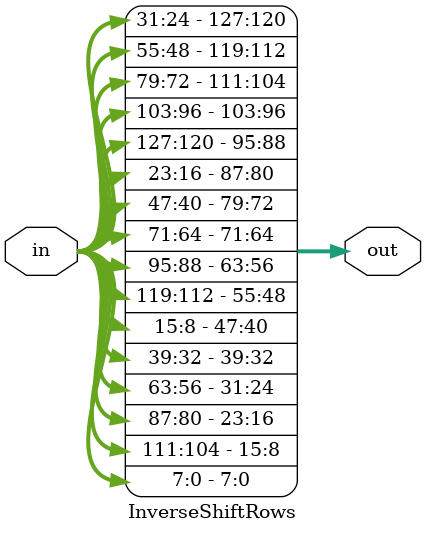
<source format=v>
module InverseShiftRows(input [127:0] in ,output[127:0] out);

assign out[7:0] = in[7:0];
assign out[39:32] = in[39:32];
assign out[71:64] = in[71:64];
assign out[103:96] = in[103:96];

assign out[15:8] = in[111:104];
assign out[47:40] = in[15:8];
assign out[79:72] = in[47:40];
assign out[111:104] = in[79:72];

assign out[23:16] = in[87:80];
assign out[55:48] = in[119:112];
assign out[87:80] = in[23:16];
assign out[119:112] = in[55:48];

assign out[31:24] = in[63:56];
assign out[63:56] = in[95:88];
assign out[95:88] = in[127:120];
assign out[127:120] = in[31:24];

endmodule
</source>
